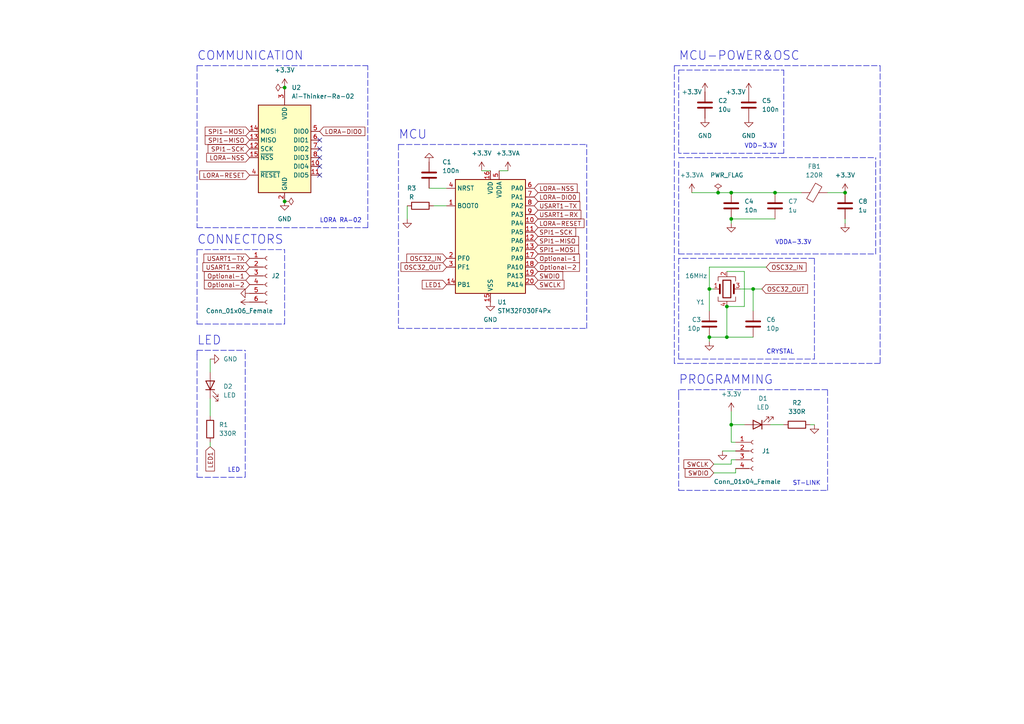
<source format=kicad_sch>
(kicad_sch (version 20211123) (generator eeschema)
  (paper "A4")
  (lib_symbols
    (symbol "Connector:Conn_01x04_Female" (pin_names (offset 1.016) hide)
      (property "Reference" "J" (at 0 5.08 0))
      (property "Value" "Conn_01x04_Female" (at 0 -7.62 0))
      (symbol "Conn_01x04_Female_1_1"
        (arc (start 0 -4.572) (mid -0.508 -5.08) (end 0 -5.588) (stroke (width 0.1524)))
        (arc (start 0 -2.032) (mid -0.508 -2.54) (end 0 -3.048) (stroke (width 0.1524)))
        (polyline (pts (xy -1.27 -5.08) (xy -0.508 -5.08)) (stroke (width 0.1524)))
        (polyline (pts (xy -1.27 -2.54) (xy -0.508 -2.54)) (stroke (width 0.1524)))
        (polyline (pts (xy -1.27 0) (xy -0.508 0)) (stroke (width 0.1524)))
        (polyline (pts (xy -1.27 2.54) (xy -0.508 2.54)) (stroke (width 0.1524)))
        (arc (start 0 0.508) (mid -0.508 0) (end 0 -0.508) (stroke (width 0.1524)))
        (arc (start 0 3.048) (mid -0.508 2.54) (end 0 2.032) (stroke (width 0.1524)))
        (pin passive line (at -5.08 2.54 0) (length 3.81) (name "Pin_1") (number "1"))
        (pin passive line (at -5.08 0 0) (length 3.81) (name "Pin_2") (number "2"))
        (pin passive line (at -5.08 -2.54 0) (length 3.81) (name "Pin_3") (number "3"))
        (pin passive line (at -5.08 -5.08 0) (length 3.81) (name "Pin_4") (number "4"))
      )
    )
    (symbol "Connector:Conn_01x06_Female" (pin_names (offset 1.016) hide)
      (property "Reference" "J" (at 0 7.62 0))
      (property "Value" "Conn_01x06_Female" (at 0 -10.16 0))
      (symbol "Conn_01x06_Female_1_1"
        (arc (start 0 -7.112) (mid -0.508 -7.62) (end 0 -8.128) (stroke (width 0.1524)))
        (arc (start 0 -4.572) (mid -0.508 -5.08) (end 0 -5.588) (stroke (width 0.1524)))
        (arc (start 0 -2.032) (mid -0.508 -2.54) (end 0 -3.048) (stroke (width 0.1524)))
        (polyline (pts (xy -1.27 -7.62) (xy -0.508 -7.62)) (stroke (width 0.1524)))
        (polyline (pts (xy -1.27 -5.08) (xy -0.508 -5.08)) (stroke (width 0.1524)))
        (polyline (pts (xy -1.27 -2.54) (xy -0.508 -2.54)) (stroke (width 0.1524)))
        (polyline (pts (xy -1.27 0) (xy -0.508 0)) (stroke (width 0.1524)))
        (polyline (pts (xy -1.27 2.54) (xy -0.508 2.54)) (stroke (width 0.1524)))
        (polyline (pts (xy -1.27 5.08) (xy -0.508 5.08)) (stroke (width 0.1524)))
        (arc (start 0 0.508) (mid -0.508 0) (end 0 -0.508) (stroke (width 0.1524)))
        (arc (start 0 3.048) (mid -0.508 2.54) (end 0 2.032) (stroke (width 0.1524)))
        (arc (start 0 5.588) (mid -0.508 5.08) (end 0 4.572) (stroke (width 0.1524)))
        (pin passive line (at -5.08 5.08 0) (length 3.81) (name "Pin_1") (number "1"))
        (pin passive line (at -5.08 2.54 0) (length 3.81) (name "Pin_2") (number "2"))
        (pin passive line (at -5.08 0 0) (length 3.81) (name "Pin_3") (number "3"))
        (pin passive line (at -5.08 -2.54 0) (length 3.81) (name "Pin_4") (number "4"))
        (pin passive line (at -5.08 -5.08 0) (length 3.81) (name "Pin_5") (number "5"))
        (pin passive line (at -5.08 -7.62 0) (length 3.81) (name "Pin_6") (number "6"))
      )
    )
    (symbol "Device:C" (pin_numbers hide) (pin_names (offset 0.254))
      (property "Reference" "C" (at 0.635 2.54 0))
      (property "Value" "C" (at 0.635 -2.54 0))
      (symbol "C_0_1"
        (polyline (pts (xy -2.032 -0.762) (xy 2.032 -0.762)) (stroke (width 0.508)))
        (polyline (pts (xy -2.032 0.762) (xy 2.032 0.762)) (stroke (width 0.508)))
      )
      (symbol "C_1_1"
        (pin passive line (at 0 3.81 270) (length 2.794) (name "~") (number "1"))
        (pin passive line (at 0 -3.81 90) (length 2.794) (name "~") (number "2"))
      )
    )
    (symbol "Device:Crystal_GND24" (pin_names (offset 1.016) hide)
      (property "Reference" "Y" (at 3.175 5.08 0))
      (property "Value" "Crystal_GND24" (at 3.175 3.175 0))
      (symbol "Crystal_GND24_0_1"
        (rectangle (start -1.143 2.54) (end 1.143 -2.54) (stroke (width 0.3048)))
        (polyline (pts (xy -2.54 0) (xy -2.032 0)))
        (polyline (pts (xy -2.032 -1.27) (xy -2.032 1.27)) (stroke (width 0.508)))
        (polyline (pts (xy 0 -3.81) (xy 0 -3.556)))
        (polyline (pts (xy 0 3.556) (xy 0 3.81)))
        (polyline (pts (xy 2.032 -1.27) (xy 2.032 1.27)) (stroke (width 0.508)))
        (polyline (pts (xy 2.032 0) (xy 2.54 0)))
        (polyline (pts (xy -2.54 -2.286) (xy -2.54 -3.556) (xy 2.54 -3.556) (xy 2.54 -2.286)))
        (polyline (pts (xy -2.54 2.286) (xy -2.54 3.556) (xy 2.54 3.556) (xy 2.54 2.286)))
      )
      (symbol "Crystal_GND24_1_1"
        (pin passive line (at -3.81 0 0) (length 1.27) (name "1") (number "1"))
        (pin passive line (at 0 5.08 270) (length 1.27) (name "2") (number "2"))
        (pin passive line (at 3.81 0 180) (length 1.27) (name "3") (number "3"))
        (pin passive line (at 0 -5.08 90) (length 1.27) (name "4") (number "4"))
      )
    )
    (symbol "Device:FerriteBead" (pin_numbers hide) (pin_names (offset 0))
      (property "Reference" "FB" (at -3.81 0.635 90))
      (property "Value" "FerriteBead" (at 3.81 0 90))
      (symbol "FerriteBead_0_1"
        (polyline (pts (xy 0 -1.27) (xy 0 -1.2192)))
        (polyline (pts (xy 0 1.27) (xy 0 1.2954)))
        (polyline (pts (xy -2.7686 0.4064) (xy -1.7018 2.2606) (xy 2.7686 -0.3048) (xy 1.6764 -2.159) (xy -2.7686 0.4064)))
      )
      (symbol "FerriteBead_1_1"
        (pin passive line (at 0 3.81 270) (length 2.54) (name "~") (number "1"))
        (pin passive line (at 0 -3.81 90) (length 2.54) (name "~") (number "2"))
      )
    )
    (symbol "Device:LED" (pin_numbers hide) (pin_names (offset 1.016) hide)
      (property "Reference" "D" (at 0 2.54 0))
      (property "Value" "LED" (at 0 -2.54 0))
      (symbol "LED_0_1"
        (polyline (pts (xy -1.27 -1.27) (xy -1.27 1.27)) (stroke (width 0.254)))
        (polyline (pts (xy -1.27 0) (xy 1.27 0)))
        (polyline (pts (xy 1.27 -1.27) (xy 1.27 1.27) (xy -1.27 0) (xy 1.27 -1.27)) (stroke (width 0.254)))
        (polyline (pts (xy -3.048 -0.762) (xy -4.572 -2.286) (xy -3.81 -2.286) (xy -4.572 -2.286) (xy -4.572 -1.524)))
        (polyline (pts (xy -1.778 -0.762) (xy -3.302 -2.286) (xy -2.54 -2.286) (xy -3.302 -2.286) (xy -3.302 -1.524)))
      )
      (symbol "LED_1_1"
        (pin passive line (at -3.81 0 0) (length 2.54) (name "K") (number "1"))
        (pin passive line (at 3.81 0 180) (length 2.54) (name "A") (number "2"))
      )
    )
    (symbol "Device:R" (pin_numbers hide) (pin_names (offset 0))
      (property "Reference" "R" (at 2.032 0 90))
      (property "Value" "R" (at 0 0 90))
      (symbol "R_0_1"
        (rectangle (start -1.016 -2.54) (end 1.016 2.54) (stroke (width 0.254)))
      )
      (symbol "R_1_1"
        (pin passive line (at 0 3.81 270) (length 1.27) (name "~") (number "1"))
        (pin passive line (at 0 -3.81 90) (length 1.27) (name "~") (number "2"))
      )
    )
    (symbol "MCU_ST_STM32F0:STM32F030F4Px"
      (property "Reference" "U" (at -10.16 16.51 0))
      (property "Value" "STM32F030F4Px" (at 5.08 16.51 0))
      (symbol "STM32F030F4Px_0_1"
        (rectangle (start -10.16 -17.78) (end 10.16 15.24) (stroke (width 0.254)) (fill (type background)))
      )
      (symbol "STM32F030F4Px_1_1"
        (pin input line (at -12.7 7.62 0) (length 2.54) (name "BOOT0") (number "1"))
        (pin bidirectional line (at 12.7 2.54 180) (length 2.54) (name "PA4") (number "10"))
        (pin bidirectional line (at 12.7 0 180) (length 2.54) (name "PA5") (number "11"))
        (pin bidirectional line (at 12.7 -2.54 180) (length 2.54) (name "PA6") (number "12"))
        (pin bidirectional line (at 12.7 -5.08 180) (length 2.54) (name "PA7") (number "13"))
        (pin bidirectional line (at -12.7 -15.24 0) (length 2.54) (name "PB1") (number "14"))
        (pin power_in line (at 0 -20.32 90) (length 2.54) (name "VSS") (number "15"))
        (pin power_in line (at 0 17.78 270) (length 2.54) (name "VDD") (number "16"))
        (pin bidirectional line (at 12.7 -7.62 180) (length 2.54) (name "PA9") (number "17"))
        (pin bidirectional line (at 12.7 -10.16 180) (length 2.54) (name "PA10") (number "18"))
        (pin bidirectional line (at 12.7 -12.7 180) (length 2.54) (name "PA13") (number "19"))
        (pin input line (at -12.7 -7.62 0) (length 2.54) (name "PF0") (number "2"))
        (pin bidirectional line (at 12.7 -15.24 180) (length 2.54) (name "PA14") (number "20"))
        (pin input line (at -12.7 -10.16 0) (length 2.54) (name "PF1") (number "3"))
        (pin input line (at -12.7 12.7 0) (length 2.54) (name "NRST") (number "4"))
        (pin power_in line (at 2.54 17.78 270) (length 2.54) (name "VDDA") (number "5"))
        (pin bidirectional line (at 12.7 12.7 180) (length 2.54) (name "PA0") (number "6"))
        (pin bidirectional line (at 12.7 10.16 180) (length 2.54) (name "PA1") (number "7"))
        (pin bidirectional line (at 12.7 7.62 180) (length 2.54) (name "PA2") (number "8"))
        (pin bidirectional line (at 12.7 5.08 180) (length 2.54) (name "PA3") (number "9"))
      )
    )
    (symbol "RF_Module:Ai-Thinker-Ra-02"
      (property "Reference" "U" (at 2.54 19.05 0))
      (property "Value" "Ai-Thinker-Ra-02" (at 13.97 -15.24 0))
      (symbol "Ai-Thinker-Ra-02_0_1"
        (rectangle (start -7.62 12.7) (end 7.62 -12.7) (stroke (width 0.254)) (fill (type background)))
      )
      (symbol "Ai-Thinker-Ra-02_1_1"
        (pin passive line (at 0 -15.24 90) (length 2.54) hide (name "GND") (number "1"))
        (pin bidirectional line (at 10.16 -5.08 180) (length 2.54) (name "DIO4") (number "10"))
        (pin bidirectional line (at 10.16 -7.62 180) (length 2.54) (name "DIO5") (number "11"))
        (pin input line (at -10.16 0 0) (length 2.54) (name "SCK") (number "12"))
        (pin output line (at -10.16 2.54 0) (length 2.54) (name "MISO") (number "13"))
        (pin input line (at -10.16 5.08 0) (length 2.54) (name "MOSI") (number "14"))
        (pin input line (at -10.16 -2.54 0) (length 2.54) (name "~{NSS}") (number "15"))
        (pin passive line (at 0 -15.24 90) (length 2.54) hide (name "GND") (number "16"))
        (pin power_in line (at 0 -15.24 90) (length 2.54) (name "GND") (number "2"))
        (pin power_in line (at 0 17.78 270) (length 5.08) (name "VDD") (number "3"))
        (pin input line (at -10.16 -7.62 0) (length 2.54) (name "~{RESET}") (number "4"))
        (pin bidirectional line (at 10.16 5.08 180) (length 2.54) (name "DIO0") (number "5"))
        (pin bidirectional line (at 10.16 2.54 180) (length 2.54) (name "DIO1") (number "6"))
        (pin bidirectional line (at 10.16 0 180) (length 2.54) (name "DIO2") (number "7"))
        (pin bidirectional line (at 10.16 -2.54 180) (length 2.54) (name "DIO3") (number "8"))
        (pin passive line (at 0 -15.24 90) (length 2.54) hide (name "GND") (number "9"))
      )
    )
    (symbol "power:+3.3V" (power) (pin_names (offset 0))
      (property "Value" "+3.3V" (at 0 3.556 0))
      (symbol "+3.3V_0_1"
        (polyline (pts (xy -0.762 1.27) (xy 0 2.54)))
        (polyline (pts (xy 0 0) (xy 0 2.54)))
        (polyline (pts (xy 0 2.54) (xy 0.762 1.27)))
      )
      (symbol "+3.3V_1_1"
        (pin power_in line (at 0 0 90) (length 0) hide (name "+3.3V") (number "1"))
      )
    )
    (symbol "power:+3.3VA" (power) (pin_names (offset 0))
      (property "Value" "+3.3VA" (at 0 3.556 0))
      (symbol "+3.3VA_0_1"
        (polyline (pts (xy -0.762 1.27) (xy 0 2.54)))
        (polyline (pts (xy 0 0) (xy 0 2.54)))
        (polyline (pts (xy 0 2.54) (xy 0.762 1.27)))
      )
      (symbol "+3.3VA_1_1"
        (pin power_in line (at 0 0 90) (length 0) hide (name "+3.3VA") (number "1"))
      )
    )
    (symbol "power:GND" (power) (pin_names (offset 0))
      (property "Value" "GND" (at 0 -3.81 0))
      (symbol "GND_0_1"
        (polyline (pts (xy 0 0) (xy 0 -1.27) (xy 1.27 -1.27) (xy 0 -2.54) (xy -1.27 -1.27) (xy 0 -1.27)))
      )
      (symbol "GND_1_1"
        (pin power_in line (at 0 0 270) (length 0) hide (name "GND") (number "1"))
      )
    )
    (symbol "power:PWR_FLAG" (power) (pin_numbers hide) (pin_names (offset 0) hide)
      (property "Value" "PWR_FLAG" (at 0 3.81 0))
      (symbol "PWR_FLAG_0_0"
        (pin power_out line (at 0 0 90) (length 0) (name "pwr") (number "1"))
      )
      (symbol "PWR_FLAG_0_1"
        (polyline (pts (xy 0 0) (xy 0 1.27) (xy -1.016 1.905) (xy 0 2.54) (xy 1.016 1.905) (xy 0 1.27)))
      )
    )
  )
  (junction (at 210.82 88.9))
  (junction (at 210.82 97.79))
  (junction (at 224.79 55.88))
  (junction (at 212.09 63.5))
  (junction (at 212.09 55.88))
  (junction (at 205.74 97.79))
  (junction (at 212.09 123.19))
  (junction (at 245.11 55.88))
  (junction (at 218.44 83.82))
  (junction (at 82.55 25.4))
  (junction (at 208.28 55.88))
  (junction (at 82.55 58.42))
  (junction (at 205.74 83.82))
  (no_connect (at 92.71 40.64))
  (no_connect (at 92.71 43.18))
  (no_connect (at 92.71 50.8))
  (no_connect (at 92.71 48.26))
  (no_connect (at 92.71 45.72))
  (wire (pts (xy 208.28 55.88) (xy 212.09 55.88)))
  (polyline (pts (xy 57.15 138.43) (xy 71.12 138.43)))
  (wire (pts (xy 207.01 134.62) (xy 212.09 134.62)))
  (polyline (pts (xy 255.27 19.05) (xy 255.27 105.41)))
  (polyline (pts (xy 196.85 142.24) (xy 240.03 142.24)))
  (polyline (pts (xy 115.57 41.91) (xy 115.57 95.25)))
  (wire (pts (xy 213.36 133.35) (xy 212.09 133.35)))
  (wire (pts (xy 213.36 128.27) (xy 212.09 128.27)))
  (polyline (pts (xy 196.85 44.45) (xy 196.85 20.32)))
  (polyline (pts (xy 57.15 102.87) (xy 57.15 138.43)))
  (polyline (pts (xy 57.15 19.05) (xy 106.68 19.05)))
  (wire (pts (xy 210.82 78.74) (xy 215.9 78.74)))
  (wire (pts (xy 60.96 115.57) (xy 60.96 120.65)))
  (wire (pts (xy 205.74 83.82) (xy 205.74 90.17)))
  (wire (pts (xy 212.09 128.27) (xy 212.09 123.19)))
  (polyline (pts (xy 196.85 46.99) (xy 196.85 73.66)))
  (polyline (pts (xy 254 73.66) (xy 254 45.72)))
  (wire (pts (xy 210.82 97.79) (xy 205.74 97.79)))
  (polyline (pts (xy 196.85 45.72) (xy 254 45.72)))
  (polyline (pts (xy 240.03 142.24) (xy 240.03 113.03)))
  (wire (pts (xy 213.36 135.89) (xy 213.36 137.16)))
  (wire (pts (xy 210.82 88.9) (xy 210.82 97.79)))
  (wire (pts (xy 209.55 130.81) (xy 213.36 130.81)))
  (wire (pts (xy 129.54 54.61) (xy 124.46 54.61)))
  (polyline (pts (xy 196.85 104.14) (xy 236.22 104.14)))
  (polyline (pts (xy 236.22 104.14) (xy 236.22 74.93)))
  (wire (pts (xy 200.66 55.88) (xy 208.28 55.88)))
  (polyline (pts (xy 196.85 20.32) (xy 227.33 20.32)))
  (polyline (pts (xy 196.85 73.66) (xy 254 73.66)))
  (polyline (pts (xy 57.15 101.6) (xy 71.12 101.6)))
  (wire (pts (xy 147.32 49.53) (xy 144.78 49.53)))
  (wire (pts (xy 207.01 137.16) (xy 213.36 137.16)))
  (polyline (pts (xy 57.15 72.39) (xy 82.55 72.39)))
  (wire (pts (xy 212.09 133.35) (xy 212.09 134.62)))
  (wire (pts (xy 212.09 123.19) (xy 215.9 123.19)))
  (wire (pts (xy 139.7 49.53) (xy 142.24 49.53)))
  (polyline (pts (xy 82.55 93.98) (xy 82.55 72.39)))
  (polyline (pts (xy 170.18 95.25) (xy 170.18 41.91)))
  (wire (pts (xy 212.09 63.5) (xy 224.79 63.5)))
  (wire (pts (xy 212.09 63.5) (xy 212.09 64.77)))
  (polyline (pts (xy 255.27 105.41) (xy 195.58 105.41)))
  (wire (pts (xy 118.11 59.69) (xy 118.11 63.5)))
  (polyline (pts (xy 236.22 74.93) (xy 196.85 74.93)))
  (wire (pts (xy 214.63 83.82) (xy 218.44 83.82)))
  (polyline (pts (xy 57.15 66.04) (xy 106.68 66.04)))
  (polyline (pts (xy 57.15 72.39) (xy 57.15 93.98)))
  (polyline (pts (xy 195.58 105.41) (xy 195.58 19.05)))
  (polyline (pts (xy 57.15 93.98) (xy 82.55 93.98)))
  (wire (pts (xy 240.03 55.88) (xy 245.11 55.88)))
  (wire (pts (xy 212.09 123.19) (xy 212.09 119.38)))
  (wire (pts (xy 205.74 97.79) (xy 205.74 99.06)))
  (polyline (pts (xy 57.15 19.05) (xy 57.15 66.04)))
  (polyline (pts (xy 57.15 101.6) (xy 57.15 102.87)))
  (polyline (pts (xy 196.85 114.3) (xy 196.85 142.24)))
  (wire (pts (xy 215.9 78.74) (xy 215.9 88.9)))
  (wire (pts (xy 205.74 77.47) (xy 222.25 77.47)))
  (polyline (pts (xy 240.03 113.03) (xy 196.85 113.03)))
  (wire (pts (xy 215.9 88.9) (xy 210.82 88.9)))
  (wire (pts (xy 224.79 55.88) (xy 232.41 55.88)))
  (wire (pts (xy 205.74 83.82) (xy 207.01 83.82)))
  (wire (pts (xy 60.96 104.14) (xy 60.96 107.95)))
  (polyline (pts (xy 196.85 74.93) (xy 196.85 104.14)))
  (wire (pts (xy 245.11 63.5) (xy 245.11 64.77)))
  (wire (pts (xy 218.44 97.79) (xy 210.82 97.79)))
  (polyline (pts (xy 227.33 20.32) (xy 227.33 44.45)))
  (wire (pts (xy 205.74 77.47) (xy 205.74 83.82)))
  (polyline (pts (xy 195.58 19.05) (xy 255.27 19.05)))
  (polyline (pts (xy 115.57 95.25) (xy 170.18 95.25)))
  (polyline (pts (xy 71.12 138.43) (xy 71.12 101.6)))
  (polyline (pts (xy 115.57 41.91) (xy 170.18 41.91)))
  (wire (pts (xy 60.96 129.54) (xy 60.96 128.27)))
  (wire (pts (xy 218.44 83.82) (xy 218.44 90.17)))
  (polyline (pts (xy 227.33 44.45) (xy 196.85 44.45)))
  (polyline (pts (xy 106.68 66.04) (xy 106.68 19.05)))
  (wire (pts (xy 125.73 59.69) (xy 129.54 59.69)))
  (wire (pts (xy 218.44 83.82) (xy 220.98 83.82)))
  (polyline (pts (xy 196.85 113.03) (xy 196.85 114.3)))
  (wire (pts (xy 236.22 123.19) (xy 234.95 123.19)))
  (wire (pts (xy 212.09 55.88) (xy 224.79 55.88)))
  (wire (pts (xy 223.52 123.19) (xy 227.33 123.19)))
  (text "PROGRAMMING\n" (at 196.85 111.76 0) (effects (font (size 2.54 2.54)) (justify left bottom)))
  (text "MCU" (at 115.57 40.64 0) (effects (font (size 2.54 2.54)) (justify left bottom)))
  (text "ST-LINK" (at 229.87 140.97 0) (effects (font (size 1.27 1.27)) (justify left bottom)))
  (text "COMMUNICATION" (at 57.15 17.78 0) (effects (font (size 2.54 2.54)) (justify left bottom)))
  (text "VDD-3.3V" (at 215.9 43.18 0) (effects (font (size 1.27 1.27)) (justify left bottom)))
  (text "LORA RA-02\n" (at 92.71 64.77 0) (effects (font (size 1.27 1.27)) (justify left bottom)))
  (text "LED" (at 66.04 137.16 0) (effects (font (size 1.27 1.27)) (justify left bottom)))
  (text "CRYSTAL\n" (at 222.25 102.87 0) (effects (font (size 1.27 1.27)) (justify left bottom)))
  (text "LED\n" (at 57.15 100.33 0) (effects (font (size 2.54 2.54)) (justify left bottom)))
  (text "CONNECTORS" (at 57.15 71.12 0) (effects (font (size 2.54 2.54)) (justify left bottom)))
  (text "MCU-POWER&OSC" (at 196.85 17.78 0) (effects (font (size 2.54 2.54)) (justify left bottom)))
  (text "VDDA-3.3V" (at 224.79 71.12 0) (effects (font (size 1.27 1.27)) (justify left bottom)))
  (global_label "SPI1-MISO" (shape input) (at 154.94 69.85 0) (property "Intersheet References" "${INTERSHEET_REFS}" (effects hide)))
  (global_label "SWDIO" (shape input) (at 154.94 80.01 0) (property "Intersheet References" "${INTERSHEET_REFS}" (effects hide)))
  (global_label "SPI1-MISO" (shape input) (at 72.39 40.64 180) (property "Intersheet References" "${INTERSHEET_REFS}" (effects hide)))
  (global_label "USART1-TX" (shape input) (at 154.94 59.69 0) (property "Intersheet References" "${INTERSHEET_REFS}" (effects hide)))
  (global_label "SWDIO" (shape input) (at 207.01 137.16 180) (property "Intersheet References" "${INTERSHEET_REFS}" (effects hide)))
  (global_label "LED1" (shape input) (at 60.96 129.54 270) (property "Intersheet References" "${INTERSHEET_REFS}" (effects hide)))
  (global_label "USART1-TX" (shape input) (at 72.39 74.93 180) (property "Intersheet References" "${INTERSHEET_REFS}" (effects hide)))
  (global_label "OSC32_OUT" (shape input) (at 129.54 77.47 180) (property "Intersheet References" "${INTERSHEET_REFS}" (effects hide)))
  (global_label "OSC32_OUT" (shape input) (at 220.98 83.82 0) (property "Intersheet References" "${INTERSHEET_REFS}" (effects hide)))
  (global_label "Optional-1" (shape input) (at 154.94 74.93 0) (property "Intersheet References" "${INTERSHEET_REFS}" (effects hide)))
  (global_label "LORA-NSS" (shape input) (at 72.39 45.72 180) (property "Intersheet References" "${INTERSHEET_REFS}" (effects hide)))
  (global_label "USART1-RX" (shape input) (at 72.39 77.47 180) (property "Intersheet References" "${INTERSHEET_REFS}" (effects hide)))
  (global_label "SWCLK" (shape input) (at 154.94 82.55 0) (property "Intersheet References" "${INTERSHEET_REFS}" (effects hide)))
  (global_label "SPI1-SCK" (shape input) (at 154.94 67.31 0) (property "Intersheet References" "${INTERSHEET_REFS}" (effects hide)))
  (global_label "Optional-1" (shape input) (at 72.39 80.01 180) (property "Intersheet References" "${INTERSHEET_REFS}" (effects hide)))
  (global_label "LORA-DIO0" (shape input) (at 154.94 57.15 0) (property "Intersheet References" "${INTERSHEET_REFS}" (effects hide)))
  (global_label "Optional-2" (shape input) (at 72.39 82.55 180) (property "Intersheet References" "${INTERSHEET_REFS}" (effects hide)))
  (global_label "OSC32_IN" (shape input) (at 129.54 74.93 180) (property "Intersheet References" "${INTERSHEET_REFS}" (effects hide)))
  (global_label "SWCLK" (shape input) (at 207.01 134.62 180) (property "Intersheet References" "${INTERSHEET_REFS}" (effects hide)))
  (global_label "OSC32_IN" (shape input) (at 222.25 77.47 0) (property "Intersheet References" "${INTERSHEET_REFS}" (effects hide)))
  (global_label "Optional-2" (shape input) (at 154.94 77.47 0) (property "Intersheet References" "${INTERSHEET_REFS}" (effects hide)))
  (global_label "SPI1-MOSI" (shape input) (at 154.94 72.39 0) (property "Intersheet References" "${INTERSHEET_REFS}" (effects hide)))
  (global_label "LORA-DIO0" (shape input) (at 92.71 38.1 0) (property "Intersheet References" "${INTERSHEET_REFS}" (effects hide)))
  (global_label "USART1-RX" (shape input) (at 154.94 62.23 0) (property "Intersheet References" "${INTERSHEET_REFS}" (effects hide)))
  (global_label "LED1" (shape input) (at 129.54 82.55 180) (property "Intersheet References" "${INTERSHEET_REFS}" (effects hide)))
  (global_label "LORA-NSS" (shape input) (at 154.94 54.61 0) (property "Intersheet References" "${INTERSHEET_REFS}" (effects hide)))
  (global_label "SPI1-SCK" (shape input) (at 72.39 43.18 180) (property "Intersheet References" "${INTERSHEET_REFS}" (effects hide)))
  (global_label "SPI1-MOSI" (shape input) (at 72.39 38.1 180) (property "Intersheet References" "${INTERSHEET_REFS}" (effects hide)))
  (global_label "LORA-RESET" (shape input) (at 154.94 64.77 0) (property "Intersheet References" "${INTERSHEET_REFS}" (effects hide)))
  (global_label "LORA-RESET" (shape input) (at 72.39 50.8 180) (property "Intersheet References" "${INTERSHEET_REFS}" (effects hide)))
  (symbol (lib_id "power:+3.3V") (at 204.47 26.67 0) (unit 1)
    (property "Reference" "#PWR012" (effects hide))
    (property "Value" "+3.3V" (at 200.66 26.67 0))
  )
  (symbol (lib_id "power:+3.3VA") (at 147.32 49.53 0) (unit 1)
    (property "Reference" "#PWR08" (effects hide))
    (property "Value" "+3.3VA" (at 147.32 44.45 0))
  )
  (symbol (lib_id "power:+3.3V") (at 139.7 49.53 0) (unit 1)
    (property "Reference" "#PWR07" (effects hide))
    (property "Value" "+3.3V" (at 139.7 44.45 0))
  )
  (symbol (lib_id "Device:C") (at 217.17 30.48 0) (unit 1)
    (property "Reference" "C5" (at 220.98 29.2099 0) (effects (justify left)))
    (property "Value" "100n" (at 220.98 31.7499 0) (effects (justify left)))
    (property "Footprint" "Capacitor_SMD:C_0402_1005Metric" (effects hide))
  )
  (symbol (lib_id "Connector:Conn_01x06_Female") (at 77.47 80.01 0) (unit 1)
    (property "Reference" "J2" (at 78.74 80.0099 0) (effects (justify left)))
    (property "Value" "Conn_01x06_Female" (at 59.69 90.17 0) (effects (justify left)))
    (property "Footprint" "Connector_PinSocket_2.54mm:PinSocket_1x06_P2.54mm_Vertical" (effects hide))
  )
  (symbol (lib_id "Device:C") (at 204.47 30.48 0) (unit 1)
    (property "Reference" "C2" (at 208.28 29.2099 0) (effects (justify left)))
    (property "Value" "10u" (at 208.28 31.7499 0) (effects (justify left)))
    (property "Footprint" "Capacitor_SMD:C_0603_1608Metric" (effects hide))
  )
  (symbol (lib_id "power:PWR_FLAG") (at 82.55 25.4 90) (unit 1)
    (property "Reference" "#FLG01" (effects hide))
    (property "Value" "PWR_FLAG" (effects hide))
  )
  (symbol (lib_id "power:+3.3V") (at 217.17 26.67 0) (unit 1)
    (property "Reference" "#PWR016" (effects hide))
    (property "Value" "+3.3V" (at 213.36 26.67 0))
  )
  (symbol (lib_id "Device:C") (at 212.09 59.69 0) (unit 1)
    (property "Reference" "C4" (at 215.9 58.4199 0) (effects (justify left)))
    (property "Value" "10n" (at 215.9 60.9599 0) (effects (justify left)))
    (property "Footprint" "Capacitor_SMD:C_0402_1005Metric" (effects hide))
  )
  (symbol (lib_id "Connector:Conn_01x04_Female") (at 218.44 130.81 0) (unit 1)
    (property "Reference" "J1" (at 220.98 130.81 0) (effects (justify left)))
    (property "Value" "Conn_01x04_Female" (at 207.01 139.7 0) (effects (justify left)))
    (property "Footprint" "Connector_PinSocket_2.54mm:PinSocket_1x04_P2.54mm_Vertical" (effects hide))
  )
  (symbol (lib_id "power:GND") (at 209.55 130.81 0) (unit 1)
    (property "Reference" "#PWR01" (effects hide))
    (property "Value" "GND" (effects hide))
  )
  (symbol (lib_id "power:GND") (at 245.11 64.77 0) (unit 1)
    (property "Reference" "#PWR019" (effects hide))
    (property "Value" "GND" (effects hide))
  )
  (symbol (lib_id "MCU_ST_STM32F0:STM32F030F4Px") (at 142.24 67.31 0) (unit 1)
    (property "Reference" "U1" (at 144.2594 87.63 0) (effects (justify left)))
    (property "Value" "STM32F030F4Px" (at 144.2594 90.17 0) (effects (justify left)))
    (property "Footprint" "Package_SO:TSSOP-20_4.4x6.5mm_P0.65mm" (effects hide))
    (property "Datasheet" "http://www.st.com/st-web-ui/static/active/en/resource/technical/document/datasheet/DM00088500.pdf" (effects hide))
  )
  (symbol (lib_id "power:GND") (at 236.22 123.19 0) (unit 1)
    (property "Reference" "#PWR04" (effects hide))
    (property "Value" "GND" (effects hide))
  )
  (symbol (lib_id "Device:Crystal_GND24") (at 210.82 83.82 0) (unit 1)
    (property "Reference" "Y1" (at 203.2 87.63 0))
    (property "Value" "16MHz" (at 201.93 80.01 0))
    (property "Footprint" "Crystal:Crystal_SMD_3225-4Pin_3.2x2.5mm" (effects hide))
  )
  (symbol (lib_id "power:+3.3V") (at 212.09 119.38 0) (unit 1)
    (property "Reference" "#PWR02" (effects hide))
    (property "Value" "+3.3V" (at 212.09 114.3 0))
  )
  (symbol (lib_id "Device:R") (at 231.14 123.19 90) (unit 1)
    (property "Reference" "R2" (at 231.14 116.84 90))
    (property "Value" "330R" (at 231.14 119.38 90))
    (property "Footprint" "Resistor_SMD:R_0402_1005Metric" (effects hide))
  )
  (symbol (lib_id "Device:LED") (at 219.71 123.19 180) (unit 1)
    (property "Reference" "D1" (at 221.2975 115.57 0))
    (property "Value" "LED" (at 221.2975 118.11 0))
    (property "Footprint" "LED_SMD:LED_0603_1608Metric" (effects hide))
  )
  (symbol (lib_id "Device:FerriteBead") (at 236.22 55.88 90) (unit 1)
    (property "Reference" "FB1" (at 236.1692 48.26 90))
    (property "Value" "120R" (at 236.1692 50.8 90))
    (property "Footprint" "Inductor_SMD:L_0603_1608Metric" (effects hide))
  )
  (symbol (lib_id "power:GND") (at 82.55 58.42 0) (unit 1)
    (property "Reference" "#PWR010" (effects hide))
    (property "Value" "GND" (at 82.55 63.5 0))
  )
  (symbol (lib_id "power:GND") (at 118.11 63.5 0) (unit 1)
    (property "Reference" "#PWR05" (effects hide))
    (property "Value" "GND" (effects hide))
  )
  (symbol (lib_id "power:GND") (at 212.09 64.77 0) (unit 1)
    (property "Reference" "#PWR015" (effects hide))
    (property "Value" "GND" (effects hide))
  )
  (symbol (lib_id "power:GND") (at 205.74 99.06 0) (unit 1)
    (property "Reference" "#PWR014" (effects hide))
    (property "Value" "GND" (effects hide))
  )
  (symbol (lib_id "power:+3.3VA") (at 200.66 55.88 0) (unit 1)
    (property "Reference" "#PWR011" (effects hide))
    (property "Value" "+3.3VA" (at 200.66 50.8 0))
  )
  (symbol (lib_id "power:GND") (at 124.46 46.99 180) (unit 1)
    (property "Reference" "#PWR06" (effects hide))
    (property "Value" "GND" (effects hide))
  )
  (symbol (lib_id "Device:R") (at 121.92 59.69 90) (unit 1)
    (property "Reference" "R3" (at 119.38 54.61 90))
    (property "Value" "R" (at 119.38 57.15 90))
    (property "Footprint" "Resistor_SMD:R_0402_1005Metric" (effects hide))
  )
  (symbol (lib_id "power:GND") (at 142.24 87.63 0) (unit 1)
    (property "Reference" "#PWR0101" (effects hide))
    (property "Value" "GND" (at 142.24 92.71 0))
  )
  (symbol (lib_id "Device:C") (at 124.46 50.8 0) (unit 1)
    (property "Reference" "C1" (at 128.27 46.99 0) (effects (justify left)))
    (property "Value" "100n" (at 128.27 49.53 0) (effects (justify left)))
    (property "Footprint" "Capacitor_SMD:C_0603_1608Metric" (effects hide))
  )
  (symbol (lib_id "RF_Module:Ai-Thinker-Ra-02") (at 82.55 43.18 0) (unit 1)
    (property "Reference" "U2" (at 84.5694 25.4 0) (effects (justify left)))
    (property "Value" "Ai-Thinker-Ra-02" (at 84.5694 27.94 0) (effects (justify left)))
    (property "Footprint" "RF_Module:Ai-Thinker-Ra-01-LoRa" (effects hide))
    (property "Datasheet" "http://wiki.ai-thinker.com/_media/lora/docs/c048ps01a1_ra-02_product_specification_v1.1.pdf" (effects hide))
  )
  (symbol (lib_id "power:+3.3V") (at 82.55 25.4 0) (unit 1)
    (property "Reference" "#PWR09" (effects hide))
    (property "Value" "+3.3V" (at 82.55 20.32 0))
  )
  (symbol (lib_id "power:GND") (at 72.39 85.09 270) (unit 1)
    (property "Reference" "#PWR0102" (effects hide))
    (property "Value" "GND" (effects hide))
  )
  (symbol (lib_id "power:PWR_FLAG") (at 82.55 58.42 270) (unit 1)
    (property "Reference" "#FLG02" (effects hide))
    (property "Value" "PWR_FLAG" (effects hide))
  )
  (symbol (lib_id "Device:C") (at 218.44 93.98 0) (unit 1)
    (property "Reference" "C6" (at 222.25 92.7099 0) (effects (justify left)))
    (property "Value" "10p" (at 222.25 95.2499 0) (effects (justify left)))
    (property "Footprint" "Capacitor_SMD:C_0402_1005Metric" (effects hide))
  )
  (symbol (lib_id "Device:C") (at 224.79 59.69 0) (unit 1)
    (property "Reference" "C7" (at 228.6 58.4199 0) (effects (justify left)))
    (property "Value" "1u" (at 228.6 60.9599 0) (effects (justify left)))
    (property "Footprint" "Capacitor_SMD:C_0402_1005Metric" (effects hide))
  )
  (symbol (lib_id "Device:C") (at 205.74 93.98 0) (unit 1)
    (property "Reference" "C3" (at 200.66 92.71 0) (effects (justify left)))
    (property "Value" "10p" (at 199.39 95.25 0) (effects (justify left)))
    (property "Footprint" "Capacitor_SMD:C_0402_1005Metric" (effects hide))
  )
  (symbol (lib_id "power:PWR_FLAG") (at 208.28 55.88 0) (unit 1)
    (property "Reference" "#FLG03" (effects hide))
    (property "Value" "PWR_FLAG" (at 210.82 50.8 0))
  )
  (symbol (lib_id "Device:C") (at 245.11 59.69 0) (unit 1)
    (property "Reference" "C8" (at 248.92 58.4199 0) (effects (justify left)))
    (property "Value" "1u" (at 248.92 60.9599 0) (effects (justify left)))
    (property "Footprint" "Capacitor_SMD:C_0402_1005Metric" (effects hide))
  )
  (symbol (lib_id "power:+3.3V") (at 72.39 87.63 90) (unit 1)
    (property "Reference" "#PWR0103" (effects hide))
    (property "Value" "+3.3V" (effects hide))
  )
  (symbol (lib_id "power:GND") (at 217.17 34.29 0) (unit 1)
    (property "Reference" "#PWR017" (effects hide))
    (property "Value" "GND" (at 217.17 39.37 0))
  )
  (symbol (lib_id "power:+3.3V") (at 245.11 55.88 0) (unit 1)
    (property "Reference" "#PWR018" (effects hide))
    (property "Value" "+3.3V" (at 245.11 50.8 0))
  )
  (symbol (lib_id "power:GND") (at 60.96 104.14 90) (unit 1)
    (property "Reference" "#PWR03" (effects hide))
    (property "Value" "GND" (at 64.77 104.1399 90) (effects (justify right)))
  )
  (symbol (lib_id "Device:LED") (at 60.96 111.76 90) (unit 1)
    (property "Reference" "D2" (at 64.77 112.0774 90) (effects (justify right)))
    (property "Value" "LED" (at 64.77 114.6174 90) (effects (justify right)))
    (property "Footprint" "LED_SMD:LED_0603_1608Metric" (effects hide))
  )
  (symbol (lib_id "Device:R") (at 60.96 124.46 0) (unit 1)
    (property "Reference" "R1" (at 63.5 123.1899 0) (effects (justify left)))
    (property "Value" "330R" (at 63.5 125.7299 0) (effects (justify left)))
    (property "Footprint" "Resistor_SMD:R_0402_1005Metric" (effects hide))
  )
  (symbol (lib_id "power:GND") (at 204.47 34.29 0) (unit 1)
    (property "Reference" "#PWR013" (effects hide))
    (property "Value" "GND" (at 204.47 39.37 0))
  )
)
</source>
